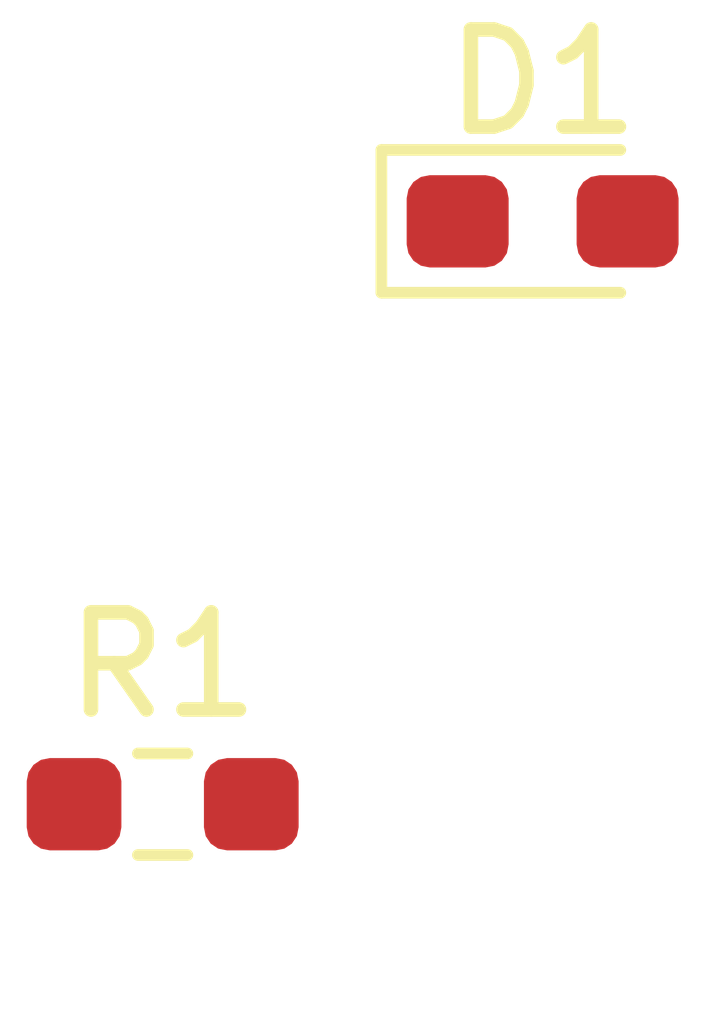
<source format=kicad_pcb>
(kicad_pcb (version 20240108) (generator "pcbnew") (generator_version "8.0")
  (layers (0 "F.Cu" signal) (31 "B.Cu" signal) (34 "B.Paste" user) (35 "F.Paste" user) (36 "B.SilkS" user "B.Silkscreen") (37 "F.SilkS" user "F.Silkscreen") (38 "B.Mask" user) (39 "F.Mask" user) (44 "Edge.Cuts" user))
  (net 0 "")
  (net 2 "Net-(D1-K)")
  (footprint "LED_SMD:LED_0603_1608Metric_Pad1.05x0.95mm_HandSolder" (layer "F.Cu") (at 151.5 83)
    (property "Reference" "D1" (at 0 -1.43 0) (layer "F.SilkS"))
    (property "Value" "LED")
    (fp_line (start -1.66 -0.735) (end -1.66 0.735) (stroke (width 0.12)) (layer "F.SilkS"))
    (fp_line (start -1.66 0.735) (end 0.8 0.735) (stroke (width 0.12)) (layer "F.SilkS"))
    (fp_line (start 0.8 -0.735) (end -1.66 -0.735) (stroke (width 0.12)) (layer "F.SilkS"))
    (pad "1" smd roundrect (at -0.875 0) (size 1.05 0.95) (layers "F.Cu" "F.Paste" "F.Mask") (net 2 "Net-(D1-K)"))
    (pad "2" smd roundrect (at 0.875 0) (size 1.05 0.95) (layers "F.Cu" "F.Paste" "F.Mask"))
  )
  (footprint "Resistor_SMD:R_0603_1608Metric_Pad0.98x0.95mm_HandSolder" (layer "F.Cu") (at 147.5875 89)
    (property "Reference" "R1" (at 0 -1.43 0) (layer "F.SilkS"))
    (property "Value" "R")
    (fp_line (start -0.254724 -0.5225) (end 0.254724 -0.5225) (stroke (width 0.12)) (layer "F.SilkS"))
    (fp_line (start -0.254724 0.5225) (end 0.254724 0.5225) (stroke (width 0.12)) (layer "F.SilkS"))
    (pad "1" smd roundrect (at -0.9125 0) (size 0.975 0.95) (layers "F.Cu" "F.Paste" "F.Mask") (net 2 "Net-(D1-K)"))
    (pad "2" smd roundrect (at 0.9125 0) (size 0.975 0.95) (layers "F.Cu" "F.Paste" "F.Mask"))
  )
)
</source>
